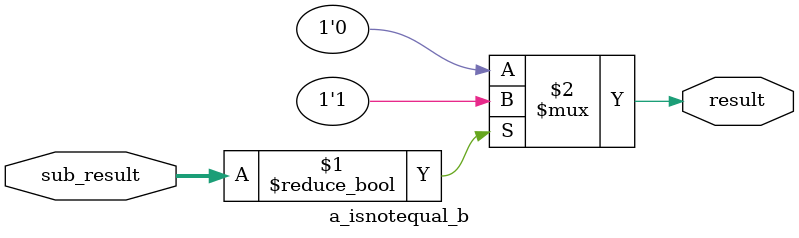
<source format=v>
module a_isnotequal_b(sub_result,result);
   input [31:0] sub_result;
   output result;
	
   assign result = sub_result? 1'b1:1'b0;
	
endmodule

</source>
